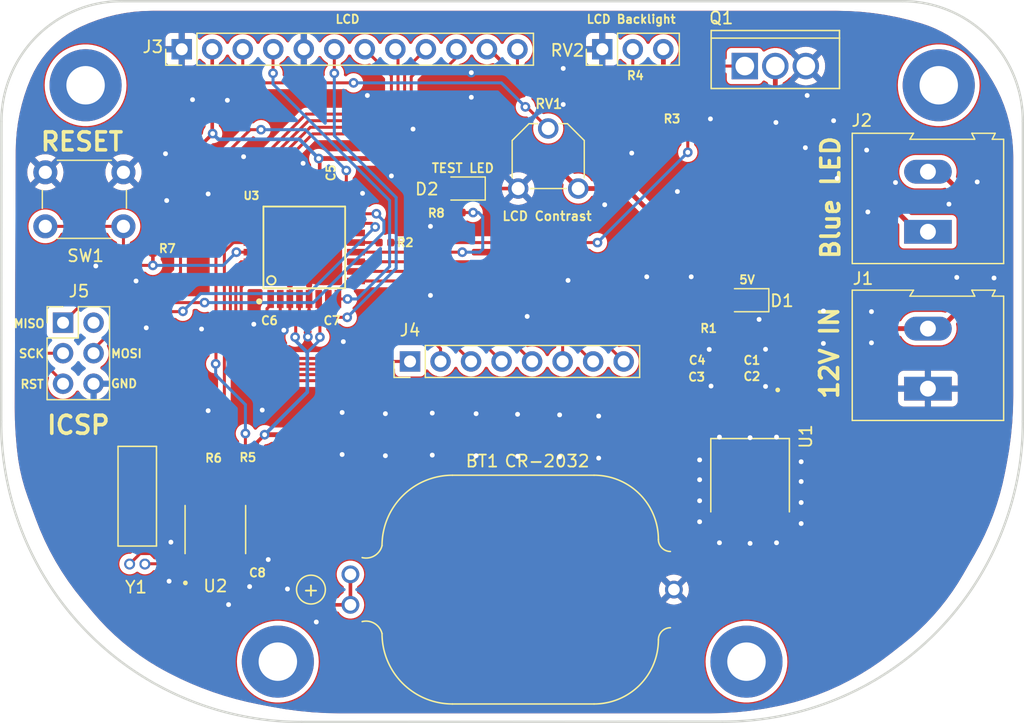
<source format=kicad_pcb>
(kicad_pcb (version 20211014) (generator pcbnew)
  (layers (0 "F.Cu" signal) (31 "B.Cu" signal) (34 "B.Paste" user) (35 "F.Paste" user) (36 "B.SilkS" user "B.Silkscreen") (37 "F.SilkS" user "F.Silkscreen") (38 "B.Mask" user) (39 "F.Mask" user) (44 "Edge.Cuts" user))
  (net 0 "")
  (net 1 "Net-(BT1-Pad+1)")
  (net 2 "GND")
  (net 3 "BLUE_LED_12V")
  (net 4 "VCC_5V")
  (net 5 "Net-(D1-Pad2)")
  (net 6 "Net-(J2-Pad1)")
  (net 7 "LCD_V0")
  (net 8 "LCD_RS")
  (net 9 "LCD_E")
  (net 10 "LCD_D4")
  (net 11 "LCD_D5")
  (net 12 "LCD_D6")
  (net 13 "LCD_D7")
  (net 14 "LCD_BCKLGHT")
  (net 15 "keyboard_1")
  (net 16 "keyboard_2")
  (net 17 "keyboard_3")
  (net 18 "keyboard_4")
  (net 19 "keyboard_5")
  (net 20 "keyboard_6")
  (net 21 "keyboard_7")
  (net 22 "keyboard_8")
  (net 23 "ICSP_MISO")
  (net 24 "ICSP_SCK")
  (net 25 "ICSP_RST")
  (net 26 "ICSP_MOSI")
  (net 28 "Net-(D2-Pad2)")
  (net 29 "LED_PWM")
  (net 30 "timer_SDA")
  (net 31 "timer_SCL")
  (net 32 "Net-(U2-Pad1)")
  (net 33 "Net-(U2-Pad2)")
  (net 35 "Net-(J3-Pad11)")
  (net 40 "Net-(Q1-Pad1)")
  (net 41 "TEST_LED")
  (footprint "" (layer "F.Cu") (at 125.4 114.9)
    (fp_text reference "")
    (fp_text value "")
  )
  (footprint "iridium-footprints:0402-res" (layer "F.Cu") (at 117.95 99.05 180)
    (fp_text reference "R6")
    (fp_text value "3k3" hide)
  )
  (footprint "" (layer "F.Cu") (at 107.6 64.7)
    (fp_text reference "")
    (fp_text value "")
  )
  (footprint "TerminalBlock:TerminalBlock_Altech_AK300-2_P5.00mm" (layer "F.Cu") (at 177.1 79.2 90)
    (fp_text reference "J2")
    (fp_text value "Screw_Terminal_01x02" hide)
  )
  (footprint "iridium-footprints:BAT_CR2032" (layer "F.Cu") (at 142.5 109)
    (fp_text reference "BT1")
    (fp_text value "CR-2032")
  )
  (footprint "iridium-footprints:0402-res" (layer "F.Cu") (at 137.85 77.6)
    (fp_text reference "R8")
    (fp_text value "220R" hide)
  )
  (footprint "iridium-footprints:0402-cap" (layer "F.Cu") (at 121.3 106 -90)
    (fp_text reference "C8")
    (fp_text value "100nF" hide)
  )
  (footprint "Connector_PinHeader_2.54mm:PinHeader_1x12_P2.54mm_Vertical" (layer "F.Cu") (at 115 64 90)
    (fp_text reference "J3")
    (fp_text value "Conn_01x12_Male" hide)
  )
  (footprint "iridium-footprints:0402-cap" (layer "F.Cu") (at 126 74.4 180)
    (fp_text reference "C5")
    (fp_text value "10nF" hide)
  )
  (footprint "Connector_PinHeader_2.54mm:PinHeader_1x08_P2.54mm_Vertical" (layer "F.Cu") (at 134 90 90)
    (fp_text reference "J4")
    (fp_text value "Conn_01x08_Male" hide)
  )
  (footprint "TerminalBlock:TerminalBlock_Altech_AK300-2_P5.00mm" (layer "F.Cu") (at 177.1 92.265 90)
    (fp_text reference "J1")
    (fp_text value "Screw_Terminal_01x02" hide)
  )
  (footprint "" (layer "F.Cu") (at 164.9 114.6)
    (fp_text reference "")
    (fp_text value "")
  )
  (footprint "iridium-footprints:0402-res" (layer "F.Cu") (at 112.6 80.5 -90)
    (fp_text reference "R7")
    (fp_text value "10k" hide)
  )
  (footprint "iridium-footprints:0402-cap" (layer "F.Cu") (at 164.1 91.25 180)
    (fp_text reference "C2")
    (fp_text value "100nF" hide)
  )
  (footprint "iridium-footprints:0402-res" (layer "F.Cu") (at 157.6 69.8)
    (fp_text reference "R3")
    (fp_text value "10k" hide)
  )
  (footprint "iridium-footprints:0402-res" (layer "F.Cu") (at 131.915 80.1 180)
    (fp_text reference "R2")
    (fp_text value "220R" hide)
  )
  (footprint "iridium-footprints:0402-res" (layer "F.Cu") (at 154.6 66.15)
    (fp_text reference "R4")
    (fp_text value "220R" hide)
  )
  (footprint "iridium-footprints:XTAL_AB38T-32.768KHZ" (layer "F.Cu") (at 111.3 106.8725 -90)
    (fp_text reference "Y1")
    (fp_text value "AB38T-32.768KHZ" hide)
  )
  (footprint "Button_Switch_THT:SW_PUSH_6mm_H5mm" (layer "F.Cu") (at 103.65 74.25)
    (fp_text reference "SW1")
    (fp_text value "SW_Push" hide)
  )
  (footprint "iridium-footprints:0402-cap" (layer "F.Cu") (at 126 86.6 180)
    (fp_text reference "C7")
    (fp_text value "10nF" hide)
  )
  (footprint "iridium-footprints:0402-cap" (layer "F.Cu") (at 124 86.6 180)
    (fp_text reference "C6")
    (fp_text value "10nF" hide)
  )
  (footprint "iridium-footprints:TrimmPotentiometer" (layer "F.Cu") (at 145.5 73.1 90)
    (fp_text reference "RV1")
    (fp_text value "10k" hide)
  )
  (footprint "iridium-footprints:TO-220" (layer "F.Cu") (at 164.4 65.4)
    (fp_text reference "Q1")
    (fp_text value "IRL3705N" hide)
  )
  (footprint "Connector_PinHeader_2.54mm:PinHeader_1x03_P2.54mm_Vertical" (layer "F.Cu") (at 150 64 90)
    (fp_text reference "RV2")
    (fp_text value "10k" hide)
  )
  (footprint "antmicro-footprints:mounting-hole-3.2mm" (layer "F.Cu") (at 177.3 64.6)
    (fp_text reference "REF**" hide)
    (fp_text value "M3.2")
  )
  (footprint "iridium-footprints:TO-252-DPAK" (layer "F.Cu") (at 162.3 98.48 -90)
    (fp_text reference "U1")
    (fp_text value "LM78M05CDTX/NOPB" hide)
  )
  (footprint "iridium-footprints:0402-res" (layer "F.Cu") (at 160.5 87.25 180)
    (fp_text reference "R1")
    (fp_text value "220R" hide)
  )
  (footprint "iridium-footprints:0402-cap" (layer "F.Cu") (at 159.55 89.85 180)
    (fp_text reference "C4")
    (fp_text value "10nF" hide)
  )
  (footprint "iridium-footprints:SOIC-8" (layer "F.Cu") (at 117.8 104 90)
    (fp_text reference "U2")
    (fp_text value "DS1307Z+T&R" hide)
  )
  (footprint "iridium-footprints:TQFP-32" (layer "F.Cu") (at 125.2 80.5 90)
    (fp_text reference "U3")
    (fp_text value "ATMEGA328P-AU" hide)
  )
  (footprint "Connector_PinHeader_2.54mm:PinHeader_2x03_P2.54mm_Vertical" (layer "F.Cu") (at 105.125 86.775)
    (fp_text reference "J5")
    (fp_text value "Conn_02x03_Counter_Clockwise" hide)
  )
  (footprint "iridium-footprints:0402-cap" (layer "F.Cu") (at 164.1 89.85 180)
    (fp_text reference "C1")
    (fp_text value "10nF" hide)
  )
  (footprint "iridium-footprints:0402-cap" (layer "F.Cu") (at 159.55 91.25 180)
    (fp_text reference "C3")
    (fp_text value "100nF" hide)
  )
  (footprint "iridium-footprints:0402-res" (layer "F.Cu") (at 120.8 99.1)
    (fp_text reference "R5")
    (fp_text value "3k3" hide)
  )
  (footprint "LED_SMD:LED_0805_2012Metric_Pad1.15x1.40mm_HandSolder" (layer "F.Cu") (at 138.4 75.6 180)
    (fp_text reference "D2")
    (fp_text value "LED" hide)
  )
  (footprint "LED_SMD:LED_0805_2012Metric_Pad1.15x1.40mm_HandSolder" (layer "F.Cu") (at 162 84.9 180)
    (fp_text reference "D1")
    (fp_text value "LED" hide)
  )
  (gr_line (start 175 60) (end 110 60) (layer "Edge.Cuts") (width 0.2))
  (gr_line (start 185 95) (end 185 70) (layer "Edge.Cuts") (width 0.2))
  (gr_arc (start 185 95) (mid 177.67767 112.67767) (end 160 120) (layer "Edge.Cuts") (width 0.2))
  (gr_arc (start 100 70) (mid 102.928932 62.928932) (end 110 60) (layer "Edge.Cuts") (width 0.2))
  (gr_line (start 99.97767 95.02233) (end 99.97767 95.02233) (layer "Edge.Cuts") (width 0.2))
  (gr_arc (start 175 60) (mid 182.071068 62.928932) (end 185 70) (layer "Edge.Cuts") (width 0.2))
  (gr_arc (start 124.97767 120.02233) (mid 107.3 112.7) (end 99.97767 95.02233) (layer "Edge.Cuts") (width 0.2))
  (gr_line (start 124.97767 120.02233) (end 160 120) (layer "Edge.Cuts") (width 0.2))
  (gr_line (start 99.97767 95.02233) (end 100 70) (layer "Edge.Cuts") (width 0.2))
  (gr_text "RESET" (at 106.7 71.7) (layer "F.SilkS") (effects (font (size 1.5 1.5) (thickness 0.3))))
  (gr_text "LCD Backlight" (at 152.4 61.5) (layer "F.SilkS") (effects (font (size 0.7 0.7))))
  (gr_text "12V IN" (at 168.9 89.3 90) (layer "F.SilkS") (effects (font (size 1.5 1.5) (thickness 0.3))))
  (gr_text "MOSI" (at 110.4 89.35) (layer "F.SilkS") (effects (font (size 0.7 0.7))))
  (gr_text "5V" (at 162.05 83.2) (layer "F.SilkS") (effects (font (size 0.7 0.7))))
  (gr_text "LCD Contrast" (at 145.4 77.9) (layer "F.SilkS") (effects (font (size 0.75 0.75))))
  (gr_text "SCK" (at 102.5 89.35) (layer "F.SilkS") (effects (font (size 0.7 0.7))))
  (gr_text "TEST LED" (at 138.4 73.9) (layer "F.SilkS") (effects (font (size 0.75 0.75))))
  (gr_text "RST" (at 102.55 91.9) (layer "F.SilkS") (effects (font (size 0.7 0.7))))
  (gr_text "MISO" (at 102.3 86.85) (layer "F.SilkS") (effects (font (size 0.7 0.7))))
  (gr_text "ICSP" (at 106.4 95.3) (layer "F.SilkS") (effects (font (size 1.5 1.5) (thickness 0.3))))
  (gr_text "LCD" (at 128.8 61.5) (layer "F.SilkS") (effects (font (size 0.7 0.7))))
  (gr_text "Blue LED" (at 169 76.35 90) (layer "F.SilkS") (effects (font (size 1.5 1.5) (thickness 0.3))))
  (gr_text "GND" (at 110.2 91.85) (layer "F.SilkS") (effects (font (size 0.7 0.7))))
  (segment (start 120.57 110.27) (end 118.435 108.135) (width 0.3) (layer "F.Cu") (net 1))
  (segment (start 129.04 107.73) (end 129.04 110.27) (width 0.3) (layer "F.Cu") (net 1))
  (segment (start 129.04 110.27) (end 120.57 110.27) (width 0.3) (layer "F.Cu") (net 1))
  (segment (start 118.435 108.135) (end 118.435 106.475) (width 0.3) (layer "F.Cu") (net 1))
  (segment (start 122.185 106.485) (end 122.2 106.5) (width 0.25) (layer "F.Cu") (net 2))
  (segment (start 162.3 100.8) (end 164.5 103) (width 0.4) (layer "F.Cu") (net 2))
  (segment (start 163.025 84.9) (end 163.025 86.475) (width 0.4) (layer "F.Cu") (net 2))
  (segment (start 125.500858 86.614142) (end 125.515 86.6) (width 0.3) (layer "F.Cu") (net 2))
  (segment (start 125.500858 87.948681) (end 125.500858 86.614142) (width 0.3) (layer "F.Cu") (net 2))
  (segment (start 125.515 86.6) (end 125.515 86.085) (width 0.25) (layer "F.Cu") (net 2))
  (segment (start 125.515 74.4) (end 125.5 74.4) (width 0.3) (layer "F.Cu") (net 2))
  (segment (start 159.065 89.85) (end 159.065 89.165) (width 0.4) (layer "F.Cu") (net 2))
  (segment (start 159.065 91.25) (end 159.065 92.035) (width 0.4) (layer "F.Cu") (net 2))
  (segment (start 123.515 87.385) (end 123.5 87.4) (width 0.25) (layer "F.Cu") (net 2))
  (segment (start 125.515 86.085) (end 125.6 86) (width 0.25) (layer "F.Cu") (net 2))
  (segment (start 163.615 89.75) (end 163.615 89.016663) (width 0.4) (layer "F.Cu") (net 2))
  (segment (start 121.29 106.475) (end 121.3 106.485) (width 0.25) (layer "F.Cu") (net 2))
  (segment (start 124.8 75.1) (end 124.8 76.2) (width 0.3) (layer "F.Cu") (net 2))
  (segment (start 163.025 86.475) (end 163.05 86.5) (width 0.4) (layer "F.Cu") (net 2))
  (segment (start 119.705 106.475) (end 121.29 106.475) (width 0.25) (layer "F.Cu") (net 2))
  (segment (start 124 85.8) (end 124 84.8) (width 0.25) (layer "F.Cu") (net 2))
  (segment (start 125.515 74.4) (end 125.515 73.915) (width 0.3) (layer "F.Cu") (net 2))
  (segment (start 159.065 92.035) (end 159.05 92.05) (width 0.4) (layer "F.Cu") (net 2))
  (segment (start 162.3 100.8) (end 159.75 103.35) (width 0.4) (layer "F.Cu") (net 2))
  (segment (start 164.5 103) (end 164.5 105.1) (width 0.4) (layer "F.Cu") (net 2))
  (segment (start 158.085 69.8) (end 159 69.8) (width 0.3) (layer "F.Cu") (net 2))
  (segment (start 139.425 75.6) (end 143 75.6) (width 0.3) (layer "F.Cu") (net 2))
  (segment (start 125.515 73.915) (end 125.1 73.5) (width 0.3) (layer "F.Cu") (net 2))
  (segment (start 162.3 100.8) (end 162.3 105.15) (width 0.4) (layer "F.Cu") (net 2))
  (segment (start 163.615 89.016663) (end 163.5855 88.987163) (width 0.4) (layer "F.Cu") (net 2))
  (segment (start 121.3 106.485) (end 122.185 106.485) (width 0.25) (layer "F.Cu") (net 2))
  (segment (start 163.615 92.052103) (end 163.5855 92.081603) (width 0.4) (layer "F.Cu") (net 2))
  (segment (start 163.615 91.3) (end 163.615 92.052103) (width 0.4) (layer "F.Cu") (net 2))
  (segment (start 159.065 89.165) (end 158.9 89) (width 0.4) (layer "F.Cu") (net 2))
  (segment (start 125.5 74.4) (end 124.8 75.1) (width 0.3) (layer "F.Cu") (net 2))
  (segment (start 123.515 86.285) (end 124 85.8) (width 0.25) (layer "F.Cu") (net 2))
  (segment (start 159.75 103.35) (end 159.75 105.1) (width 0.4) (layer "F.Cu") (net 2))
  (segment (start 123.515 86.6) (end 123.515 87.385) (width 0.25) (layer "F.Cu") (net 2))
  (segment (start 123.515 86.6) (end 123.515 86.285) (width 0.25) (layer "F.Cu") (net 2))
  (segment (start 125.6 86) (end 125.6 84.8) (width 0.25) (layer "F.Cu") (net 2))
  (via (at 164.5 105.1) (size 0.8) (drill 0.4) (layers "F.Cu" "B.Cu") (net 2))
  (via (at 116.65 87.3) (size 0.8) (drill 0.4) (layers "F.Cu" "B.Cu") (net 2))
  (via (at 125.1 73.5) (size 0.8) (drill 0.4) (layers "F.Cu" "B.Cu") (net 2))
  (via (at 139.5 94.35) (size 0.8) (drill 0.4) (layers "F.Cu" "B.Cu") (net 2))
  (via (at 159 69.8) (size 0.8) (drill 0.4) (layers "F.Cu" "B.Cu") (net 2))
  (via (at 162.3 96.35) (size 0.8) (drill 0.4) (layers "F.Cu" "B.Cu") (net 2))
  (via (at 159.05 92.05) (size 0.8) (drill 0.4) (layers "F.Cu" "B.Cu") (net 2))
  (via (at 123.5 87.4) (size 0.8) (drill 0.4) (layers "F.Cu" "B.Cu") (net 2))
  (via (at 111.2 83.3) (size 0.8) (drill 0.4) (layers "F.Cu" "B.Cu") (net 2))
  (via (at 169.55 74.75) (size 0.8) (drill 0.4) (layers "F.Cu" "B.Cu") (net 2))
  (via (at 153.7 82.95) (size 0.8) (drill 0.4) (layers "F.Cu" "B.Cu") (net 2))
  (via (at 157.4 82.95) (size 0.8) (drill 0.4) (layers "F.Cu" "B.Cu") (net 2))
  (via (at 159.75 96.3) (size 0.8) (drill 0.4) (layers "F.Cu" "B.Cu") (net 2))
  (via (at 139.1 68) (size 0.8) (drill 0.4) (layers "F.Cu" "B.Cu") (net 2))
  (via (at 118.9 110.25) (size 0.8) (drill 0.4) (layers "F.Cu" "B.Cu") (net 2))
  (via (at 168.4 85.8) (size 0.8) (drill 0.4) (layers "F.Cu" "B.Cu") (net 2))
  (via (at 117.2 76.05) (size 0.8) (drill 0.4) (layers "F.Cu" "B.Cu") (net 2))
  (via (at 118.8 68.25) (size 0.8) (drill 0.4) (layers "F.Cu" "B.Cu") (net 2))
  (via (at 164.5 96.3) (size 0.8) (drill 0.4) (layers "F.Cu" "B.Cu") (net 2))
  (via (at 117.2 94.1) (size 0.8) (drill 0.4) (layers "F.Cu" "B.Cu") (net 2))
  (via (at 128.45 88.35) (size 0.8) (drill 0.4) (layers "F.Cu" "B.Cu") (net 2))
  (via (at 166.55 101.75) (size 0.8) (drill 0.4) (layers "F.Cu" "B.Cu") (net 2))
  (via (at 113.75 76.6) (size 0.8) (drill 0.4) (layers "F.Cu" "B.Cu") (net 2))
  (via (at 166.9 72.2) (size 0.8) (drill 0.4) (layers "F.Cu" "B.Cu") (net 2))
  (via (at 139.1 65.95) (size 0.8) (drill 0.4) (layers "F.Cu" "B.Cu") (net 2))
  (via (at 120.65 108.75) (size 0.8) (drill 0.4) (layers "F.Cu" "B.Cu") (net 2))
  (via (at 149.7 98.05) (size 0.8) (drill 0.4) (layers "F.Cu" "B.Cu") (net 2))
  (via (at 142.95 94.4) (size 0.8) (drill 0.4) (layers "F.Cu" "B.Cu") (net 2))
  (via (at 113.65 72.7) (size 0.8) (drill 0.4) (layers "F.Cu" "B.Cu") (net 2))
  (via (at 131.95 97.85) (size 0.8) (drill 0.4) (layers "F.Cu" "B.Cu") (net 2))
  (via (at 164.45 70.1) (size 0.8) (drill 0.4) (layers "F.Cu" "B.Cu") (net 2))
  (via (at 158.1 103.35) (size 0.8) (drill 0.4) (layers "F.Cu" "B.Cu") (net 2))
  (via (at 158.9 89) (size 0.8) (drill 0.4) (layers "F.Cu" "B.Cu") (net 2))
  (via (at 172.1 77.55) (size 0.8) (drill 0.4) (layers "F.Cu" "B.Cu") (net 2))
  (via (at 174.4 75.1) (size 0.8) (drill 0.4) (layers "F.Cu" "B.Cu") (net 2))
  (via (at 149.7 94.55) (size 0.8) (drill 0.4) (layers "F.Cu" "B.Cu") (net 2))
  (via (at 139.5 97.85) (size 0.8) (drill 0.4) (layers "F.Cu" "B.Cu") (net 2))
  (via (at 159.75 105.1) (size 0.8) (drill 0.4) (layers "F.Cu" "B.Cu") (net 2))
  (via (at 162.3 105.15) (size 0.8) (drill 0.4) (layers "F.Cu" "B.Cu") (net 2))
  (via (at 172.4 88.45) (size 0.8) (drill 0.4) (layers "F.Cu" "B.Cu") (net 2))
  (via (at 114.1 105.05) (size 0.8) (drill 0.4) (layers "F.Cu" "B.Cu") (net 2))
  (via (at 115.9 68.2) (size 0.8) (drill 0.4) (layers "F.Cu" "B.Cu") (net 2))
  (via (at 130.05 76) (size 0.8) (drill 0.4) (layers "F.Cu" "B.Cu") (net 2))
  (via (at 135.85 94.3) (size 0.8) (drill 0.4) (layers "F.Cu" "B.Cu") (net 2))
  (via (at 146.75 65.6) (size 0.8) (drill 0.4) (layers "F.Cu" "B.Cu") (net 2))
  (via (at 125.500858 87.948681) (size 0.8) (drill 0.4) (layers "F.Cu" "B.Cu") (net 2))
  (via (at 158.1 99.85) (size 0.8) (drill 0.4) (layers "F.Cu" "B.Cu") (net 2))
  (via (at 166.55 100) (size 0.8) (drill 0.4) (layers "F.Cu" "B.Cu") (net 2))
  (via (at 182.6 83.05) (size 0.8) (drill 0.4) (layers "F.Cu" "B.Cu") (net 2))
  (via (at 135.7 78.75) (size 0.8) (drill 0.4) (layers "F.Cu" "B.Cu") (net 2))
  (via (at 172 72.4) (size 0.8) (drill 0.4) (layers "F.Cu" "B.Cu") (net 2))
  (via (at 134.25 70.65) (size 0.8) (drill 0.4) (layers "F.Cu" "B.Cu") (net 2))
  (via (at 181.2 75.05) (size 0.8) (drill 0.4) (layers "F.Cu" "B.Cu") (net 2))
  (via (at 163.5855 88.987163) (size 0.8) (drill 0.4) (layers "F.Cu" "B.Cu") (net 2))
  (via (at 150.2 76.95) (size 0.8) (drill 0.4) (layers "F.Cu" "B.Cu") (net 2))
  (via (at 142.95 97.9) (size 0.8) (drill 0.4) (layers "F.Cu" "B.Cu") (net 2))
  (via (at 143.75 86.25) (size 0.8) (drill 0.4) (layers "F.Cu" "B.Cu") (net 2))
  (via (at 147.15 83.25) (size 0.8) (drill 0.4) (layers "F.Cu" "B.Cu") (net 2))
  (via (at 123.8 108.95) (size 0.8) (drill 0.4) (layers "F.Cu" "B.Cu") (net 2))
  (via (at 130.45 67.85) (size 0.8) (drill 0.4) (layers "F.Cu" "B.Cu") (net 2))
  (via (at 168.4 88.5) (size 0.8) (drill 0.4) (layers "F.Cu" "B.Cu") (net 2))
  (via (at 135.7 84.5) (size 0.8) (drill 0.4) (layers "F.Cu" "B.Cu") (net 2))
  (via (at 128.35 97.75) (size 0.8) (drill 0.4) (layers "F.Cu" "B.Cu") (net 2))
  (via (at 121.7 94.05) (size 0.8) (drill 0.4) (layers "F.Cu" "B.Cu") (net 2))
  (via (at 128.35 94.25) (size 0.8) (drill 0.4) (layers "F.Cu" "B.Cu") (net 2))
  (via (at 172.4 85.85) (size 0.8) (drill 0.4) (layers "F.Cu" "B.Cu") (net 2))
  (via (at 166.55 98.35) (size 0.8) (drill 0.4) (layers "F.Cu" "B.Cu") (net 2))
  (via (at 120.15 72.95) (size 0.8) (drill 0.4) (layers "F.Cu" "B.Cu") (net 2))
  (via (at 146.75 68.6) (size 0.8) (drill 0.4) (layers "F.Cu" "B.Cu") (net 2))
  (via (at 112.05 87.2) (size 0.8) (drill 0.4) (layers "F.Cu" "B.Cu") (net 2))
  (via (at 158.1 98.2) (size 0.8) (drill 0.4) (layers "F.Cu" "B.Cu") (net 2))
  (via (at 163.5855 92.081603) (size 0.8) (drill 0.4) (layers "F.Cu" "B.Cu") (net 2))
  (via (at 132.45 74.55) (size 0.8) (drill 0.4) (layers "F.Cu" "B.Cu") (net 2))
  (via (at 122.2 106.5) (size 0.8) (drill 0.4) (layers "F.Cu" "B.Cu") (net 2))
  (via (at 169.25 69.95) (size 0.8) (drill 0.4) (layers "F.Cu" "B.Cu") (net 2))
  (via (at 107.85 82.05) (size 0.8) (drill 0.4) (layers "F.Cu" "B.Cu") (net 2))
  (via (at 163.05 86.5) (size 0.8) (drill 0.4) (layers "F.Cu" "B.Cu") (net 2))
  (via (at 135.85 97.8) (size 0.8) (drill 0.4) (layers "F.Cu" "B.Cu") (net 2))
  (via (at 113.95 108.3) (size 0.8) (drill 0.4) (layers "F.Cu" "B.Cu") (net 2))
  (via (at 179.5 83) (size 0.8) (drill 0.4) (layers "F.Cu" "B.Cu") (net 2))
  (via (at 146.45 94.45) (size 0.8) (drill 0.4) (layers "F.Cu" "B.Cu") (net 2))
  (via (at 178.85 76.9) (size 0.8) (drill 0.4) (layers "F.Cu" "B.Cu") (net 2))
  (via (at 126.2 111.7) (size 0.8) (drill 0.4) (layers "F.Cu" "B.Cu") (net 2))
  (via (at 131.95 94.35) (size 0.8) (drill 0.4) (layers "F.Cu" "B.Cu") (net 2))
  (via (at 121 86.9) (size 0.8) (drill 0.4) (layers "F.Cu" "B.Cu") (net 2))
  (via (at 167.05 67.85) (size 0.8) (drill 0.4) (layers "F.Cu" "B.Cu") (net 2))
  (via (at 166.55 103.5) (size 0.8) (drill 0.4) (layers "F.Cu" "B.Cu") (net 2))
  (via (at 152.45 72.65) (size 0.8) (drill 0.4) (layers "F.Cu" "B.Cu") (net 2))
  (via (at 158.1 101.6) (size 0.8) (drill 0.4) (layers "F.Cu" "B.Cu") (net 2))
  (via (at 146.45 97.95) (size 0.8) (drill 0.4) (layers "F.Cu" "B.Cu") (net 2))
  (via (at 156.25 75.85) (size 0.8) (drill 0.4) (layers "F.Cu" "B.Cu") (net 2))
  (segment (start 165.935 87.265) (end 164.585 88.615) (width 0.4) (layer "F.Cu") (net 3))
  (segment (start 164.585 91.3) (end 164.585 93.78) (width 0.4) (layer "F.Cu") (net 3))
  (segment (start 177.1 74.2) (end 178.1 74.2) (width 0.4) (layer "F.Cu") (net 3))
  (segment (start 178.135 87.265) (end 177.1 87.265) (width 0.4) (layer "F.Cu") (net 3))
  (segment (start 164.585 88.615) (end 164.585 89.75) (width 0.4) (layer "F.Cu") (net 3))
  (segment (start 178.1 74.2) (end 181 77.1) (width 0.4) (layer "F.Cu") (net 3))
  (segment (start 177.1 87.265) (end 165.935 87.265) (width 0.4) (layer "F.Cu") (net 3))
  (segment (start 181 77.1) (end 181 84.4) (width 0.4) (layer "F.Cu") (net 3))
  (segment (start 181 84.4) (end 178.135 87.265) (width 0.4) (layer "F.Cu") (net 3))
  (segment (start 164.585 89.75) (end 164.585 91.3) (width 0.4) (layer "F.Cu") (net 3))
  (segment (start 152.25 96.1) (end 121.9 96.1) (width 0.4) (layer "F.Cu") (net 4))
  (segment (start 121.25 102.95) (end 121.3 103) (width 0.3) (layer "F.Cu") (net 4))
  (segment (start 160.035 89.85) (end 160.035 87.27) (width 0.4) (layer "F.Cu") (net 4))
  (segment (start 124.485 87.927358) (end 124.436858 87.9755) (width 0.25) (layer "F.Cu") (net 4))
  (segment (start 155.75 87.2) (end 155.75 92.6) (width 0.4) (layer "F.Cu") (net 4))
  (segment (start 117.575 71.025) (end 117.54 70.99) (width 0.3) (layer "F.Cu") (net 4))
  (segment (start 121.3 105.515) (end 121.3 103.6) (width 0.3) (layer "F.Cu") (net 4))
  (segment (start 117.54 70.99) (end 117.54 64) (width 0.3) (layer "F.Cu") (net 4))
  (segment (start 160.035 93.76) (end 160.015 93.78) (width 0.4) (layer "F.Cu") (net 4))
  (segment (start 126.485 86.085) (end 126.4 86) (width 0.25) (layer "F.Cu") (net 4))
  (segment (start 151.9 75.6) (end 148 75.6) (width 0.4) (layer "F.Cu") (net 4))
  (segment (start 160.035 91.25) (end 160.035 89.85) (width 0.4) (layer "F.Cu") (net 4))
  (segment (start 160.015 87.25) (end 155.8 87.25) (width 0.4) (layer "F.Cu") (net 4))
  (segment (start 117.465 99.05) (end 117.465 99.185) (width 0.3) (layer "F.Cu") (net 4))
  (segment (start 126.4 86) (end 126.4 84.8) (width 0.25) (layer "F.Cu") (net 4))
  (segment (start 126.485 73.185) (end 126.4 73.1) (width 0.3) (layer "F.Cu") (net 4))
  (segment (start 117.465 99.185) (end 115.895 100.755) (width 0.3) (layer "F.Cu") (net 4))
  (segment (start 124.485 86.215) (end 124.8 85.9) (width 0.25) (layer "F.Cu") (net 4))
  (segment (start 112.6 76) (end 112.6 80.015) (width 0.3) (layer "F.Cu") (net 4))
  (segment (start 126.5 86.615) (end 126.485 86.6) (width 0.25) (layer "F.Cu") (net 4))
  (segment (start 126.485 74.4) (end 126.485 73.185) (width 0.3) (layer "F.Cu") (net 4))
  (segment (start 160.035 91.25) (end 160.035 93.76) (width 0.4) (layer "F.Cu") (net 4))
  (segment (start 116.55 102.95) (end 121.25 102.95) (width 0.3) (layer "F.Cu") (net 4))
  (segment (start 115.895 101.525) (end 115.895 102.295) (width 0.3) (layer "F.Cu") (net 4))
  (segment (start 126.4 73.1) (end 145.5 73.1) (width 0.4) (layer "F.Cu") (net 4))
  (segment (start 160.035 87.27) (end 160.015 87.25) (width 0.4) (layer "F.Cu") (net 4))
  (segment (start 155.75 92.6) (end 152.25 96.1) (width 0.4) (layer "F.Cu") (net 4))
  (segment (start 124.8 85.9) (end 124.8 84.8) (width 0.25) (layer "F.Cu") (net 4))
  (segment (start 117.575 71.025) (end 112.6 76) (width 0.3) (layer "F.Cu") (net 4))
  (segment (start 155.085 64.005) (end 155.08 64) (width 0.4) (layer "F.Cu") (net 4))
  (segment (start 155.75 87.2) (end 155.75 79.35) (width 0.4) (layer "F.Cu") (net 4))
  (segment (start 121.3 103.6) (end 121.3 99.115) (width 0.3) (layer "F.Cu") (net 4))
  (segment (start 121.285 96.715) (end 121.9 96.1) (width 0.3) (layer "F.Cu") (net 4))
  (segment (start 155.085 66.15) (end 155.085 64.005) (width 0.4) (layer "F.Cu") (net 4))
  (segment (start 127.2 75.1) (end 127.2 76.2) (width 0.3) (layer "F.Cu") (net 4))
  (segment (start 155.8 87.25) (end 155.75 87.2) (width 0.4) (layer "F.Cu") (net 4))
  (segment (start 124.485 86.6) (end 124.485 86.215) (width 0.25) (layer "F.Cu") (net 4))
  (segment (start 145.5 73.1) (end 148 75.6) (width 0.4) (layer "F.Cu") (net 4))
  (segment (start 126.485 86.6) (end 126.485 86.085) (width 0.25) (layer "F.Cu") (net 4))
  (segment (start 115.895 100.755) (end 115.895 101.525) (width 0.3) (layer "F.Cu") (net 4))
  (segment (start 152 75.6) (end 151.9 75.6) (width 0.4) (layer "F.Cu") (net 4))
  (segment (start 121.285 99.1) (end 121.285 96.715) (width 0.3) (layer "F.Cu") (net 4))
  (segment (start 151.9 75.6) (end 155.085 72.415) (width 0.4) (layer "F.Cu") (net 4))
  (segment (start 115.895 102.295) (end 116.55 102.95) (width 0.3) (layer "F.Cu") (net 4))
  (segment (start 155.085 72.415) (end 155.085 66.15) (width 0.4) (layer "F.Cu") (net 4))
  (segment (start 126.485 74.4) (end 126.5 74.4) (width 0.3) (layer "F.Cu") (net 4))
  (segment (start 124.485 86.6) (end 124.485 87.927358) (width 0.25) (layer "F.Cu") (net 4))
  (segment (start 121.3 99.115) (end 121.285 99.1) (width 0.3) (layer "F.Cu") (net 4))
  (segment (start 126.5 87.9755) (end 126.5 86.615) (width 0.25) (layer "F.Cu") (net 4))
  (segment (start 155.75 79.35) (end 152 75.6) (width 0.4) (layer "F.Cu") (net 4))
  (segment (start 126.5 74.4) (end 127.2 75.1) (width 0.3) (layer "F.Cu") (net 4))
  (via (at 121.9 96.1) (size 0.8) (drill 0.4) (layers "F.Cu" "B.Cu") (net 4))
  (via (at 126.5 87.9755) (size 0.8) (drill 0.4) (layers "F.Cu" "B.Cu") (net 4))
  (via (at 126.4 73.1) (size 0.8) (drill 0.4) (layers "F.Cu" "B.Cu") (net 4))
  (via (at 117.575 71.025) (size 0.8) (drill 0.4) (layers "F.Cu" "B.Cu") (net 4))
  (via (at 124.436858 87.9755) (size 0.8) (drill 0.4) (layers "F.Cu" "B.Cu") (net 4))
  (segment (start 124.436858 88.236858) (end 124.436858 87.9755) (width 0.3) (layer "B.Cu") (net 4))
  (segment (start 125.45 89.25) (end 124.436858 88.236858) (width 0.3) (layer "B.Cu") (net 4))
  (segment (start 126.5 87.9755) (end 126.5 88.2) (width 0.25) (layer "B.Cu") (net 4))
  (segment (start 117.575 71.025) (end 118.05 71.5) (width 0.3) (layer "B.Cu") (net 4))
  (segment (start 126.5 88.2) (end 125.45 89.25) (width 0.25) (layer "B.Cu") (net 4))
  (segment (start 125.45 92.55) (end 125.45 89.25) (width 0.3) (layer "B.Cu") (net 4))
  (segment (start 124.8 71.5) (end 126.4 73.1) (width 0.3) (layer "B.Cu") (net 4))
  (segment (start 121.9 96.1) (end 125.45 92.55) (width 0.3) (layer "B.Cu") (net 4))
  (segment (start 118.05 71.5) (end 124.8 71.5) (width 0.3) (layer "B.Cu") (net 4))
  (segment (start 160.985 87.25) (end 160.985 84.91) (width 0.4) (layer "F.Cu") (net 5))
  (segment (start 160.985 84.91) (end 160.975 84.9) (width 0.4) (layer "F.Cu") (net 5))
  (segment (start 176.2 79.2) (end 164.4 67.4) (width 0.4) (layer "F.Cu") (net 6))
  (segment (start 164.4 67.4) (end 164.4 65.4) (width 0.4) (layer "F.Cu") (net 6))
  (segment (start 177.1 79.2) (end 176.2 79.2) (width 0.4) (layer "F.Cu") (net 6))
  (segment (start 129.3 66.8) (end 121.3 66.8) (width 0.25) (layer "F.Cu") (net 7))
  (segment (start 143.7 68.8) (end 143.6 68.8) (width 0.25) (layer "F.Cu") (net 7))
  (segment (start 120.08 65.58) (end 120.08 64) (width 0.25) (layer "F.Cu") (net 7))
  (segment (start 145.5 70.6) (end 143.7 68.8) (width 0.25) (layer "F.Cu") (net 7))
  (segment (start 121.3 66.8) (end 120.08 65.58) (width 0.25) (layer "F.Cu") (net 7))
  (via (at 129.3 66.8) (size 0.8) (drill 0.4) (layers "F.Cu" "B.Cu") (net 7))
  (via (at 143.6 68.8) (size 0.8) (drill 0.4) (layers "F.Cu" "B.Cu") (net 7))
  (segment (start 143.6 68.8) (end 141.6 66.8) (width 0.25) (layer "B.Cu") (net 7))
  (segment (start 141.6 66.8) (end 130.3 66.8) (width 0.25) (layer "B.Cu") (net 7))
  (segment (start 130.3 66.8) (end 129.3 66.8) (width 0.25) (layer "B.Cu") (net 7))
  (segment (start 128 84.8) (end 128.8 84.8) (width 0.25) (layer "F.Cu") (net 8))
  (segment (start 122.6 64.02) (end 122.62 64) (width 0.25) (layer "F.Cu") (net 8))
  (segment (start 122.6 66) (end 122.6 64.02) (width 0.25) (layer "F.Cu") (net 8))
  (via (at 128.8 84.8) (size 0.8) (drill 0.4) (layers "F.Cu" "B.Cu") (net 8))
  (via (at 122.6 66) (size 0.8) (drill 0.4) (layers "F.Cu" "B.Cu") (net 8))
  (segment (start 122.6 66.9) (end 132.3 76.6) (width 0.25) (layer "B.Cu") (net 8))
  (segment (start 122.6 66) (end 122.6 66.9) (width 0.25) (layer "B.Cu") (net 8))
  (segment (start 129.6 84.8) (end 128.8 84.8) (width 0.25) (layer "B.Cu") (net 8))
  (segment (start 132.3 76.6) (end 132.3 82.1) (width 0.25) (layer "B.Cu") (net 8))
  (segment (start 132.3 82.1) (end 129.6 84.8) (width 0.25) (layer "B.Cu") (net 8))
  (segment (start 128.775 86.325) (end 127.625 86.325) (width 0.25) (layer "F.Cu") (net 9))
  (segment (start 127.7 66) (end 127.7 64) (width 0.25) (layer "F.Cu") (net 9))
  (segment (start 127.2 85.9) (end 127.2 84.8) (width 0.25) (layer "F.Cu") (net 9))
  (segment (start 127.625 86.325) (end 127.2 85.9) (width 0.25) (layer "F.Cu") (net 9))
  (via (at 127.7 66) (size 0.8) (drill 0.4) (layers "F.Cu" "B.Cu") (net 9))
  (via (at 128.775 86.325) (size 0.8) (drill 0.4) (layers "F.Cu" "B.Cu") (net 9))
  (segment (start 128.775 86.325) (end 132.85 82.25) (width 0.25) (layer "B.Cu") (net 9))
  (segment (start 127.7 71.2) (end 127.7 66) (width 0.25) (layer "B.Cu") (net 9))
  (segment (start 132.85 76.35) (end 127.7 71.2) (width 0.25) (layer "B.Cu") (net 9))
  (segment (start 132.85 82.25) (end 132.85 76.35) (width 0.25) (layer "B.Cu") (net 9))
  (segment (start 130.8 69.4) (end 132.45 67.75) (width 0.25) (layer "F.Cu") (net 10))
  (segment (start 119.9 78.5) (end 119.5 78.1) (width 0.25) (layer "F.Cu") (net 10))
  (segment (start 120.9 78.5) (end 119.9 78.5) (width 0.25) (layer "F.Cu") (net 10))
  (segment (start 125.35 69.4) (end 130.8 69.4) (width 0.25) (layer "F.Cu") (net 10))
  (segment (start 132.45 67.75) (end 132.45 66.21) (width 0.25) (layer "F.Cu") (net 10))
  (segment (start 119.5 78.1) (end 119.5 75.25) (width 0.25) (layer "F.Cu") (net 10))
  (segment (start 119.5 75.25) (end 125.35 69.4) (width 0.25) (layer "F.Cu") (net 10))
  (segment (start 132.45 66.21) (end 130.24 64) (width 0.25) (layer "F.Cu") (net 10))
  (segment (start 120.9 77.7) (end 120.35 77.7) (width 0.25) (layer "F.Cu") (net 11))
  (segment (start 120 77.35) (end 120 75.5) (width 0.25) (layer "F.Cu") (net 11))
  (segment (start 133 67.95) (end 133 64.22) (width 0.25) (layer "F.Cu") (net 11))
  (segment (start 133 64.22) (end 132.78 64) (width 0.25) (layer "F.Cu") (net 11))
  (segment (start 120 75.5) (end 125.55 69.95) (width 0.25) (layer "F.Cu") (net 11))
  (segment (start 131 69.95) (end 133 67.95) (width 0.25) (layer "F.Cu") (net 11))
  (segment (start 125.55 69.95) (end 131 69.95) (width 0.25) (layer "F.Cu") (net 11))
  (segment (start 120.35 77.7) (end 120 77.35) (width 0.25) (layer "F.Cu") (net 11))
  (segment (start 125.7 70.5) (end 131.25 70.5) (width 0.25) (layer "F.Cu") (net 12))
  (segment (start 133.55 68.2) (end 133.55 65.77) (width 0.25) (layer "F.Cu") (net 12))
  (segment (start 133.55 65.77) (end 135.32 64) (width 0.25) (layer "F.Cu") (net 12))
  (segment (start 122.4 73.8) (end 125.7 70.5) (width 0.25) (layer "F.Cu") (net 12))
  (segment (start 131.25 70.5) (end 133.55 68.2) (width 0.25) (layer "F.Cu") (net 12))
  (segment (start 122.4 76.2) (end 122.4 73.8) (width 0.25) (layer "F.Cu") (net 12))
  (segment (start 137.86 64.69) (end 137.86 64) (width 0.25) (layer "F.Cu") (net 13))
  (segment (start 137.55 64) (end 137.86 64) (width 0.25) (layer "F.Cu") (net 13))
  (segment (start 134.1 68.45) (end 134.1 66.3) (width 0.25) (layer "F.Cu") (net 13))
  (segment (start 123.2 76.2) (end 123.2 73.75) (width 0.25) (layer "F.Cu") (net 13))
  (segment (start 137.1 65.45) (end 137.86 64.69) (width 0.25) (layer "F.Cu") (net 13))
  (segment (start 134.95 65.45) (end 137.1 65.45) (width 0.25) (layer "F.Cu") (net 13))
  (segment (start 123.2 73.75) (end 125.9 71.05) (width 0.25) (layer "F.Cu") (net 13))
  (segment (start 125.9 71.05) (end 131.5 71.05) (width 0.25) (layer "F.Cu") (net 13))
  (segment (start 134.1 66.3) (end 134.95 65.45) (width 0.25) (layer "F.Cu") (net 13))
  (segment (start 131.5 71.05) (end 134.1 68.45) (width 0.25) (layer "F.Cu") (net 13))
  (segment (start 152.54 65.76) (end 151.5 66.8) (width 0.25) (layer "F.Cu") (net 14))
  (segment (start 142.94 65.39) (end 142.94 64) (width 0.25) (layer "F.Cu") (net 14))
  (segment (start 144.35 66.8) (end 142.94 65.39) (width 0.25) (layer "F.Cu") (net 14))
  (segment (start 152.54 64) (end 152.54 65.76) (width 0.25) (layer "F.Cu") (net 14))
  (segment (start 151.5 66.8) (end 144.35 66.8) (width 0.25) (layer "F.Cu") (net 14))
  (segment (start 119.95 81.7) (end 119.05 82.6) (width 0.25) (layer "F.Cu") (net 15))
  (segment (start 119.05 89.55) (end 121.1 91.6) (width 0.25) (layer "F.Cu") (net 15))
  (segment (start 120.9 81.7) (end 119.95 81.7) (width 0.25) (layer "F.Cu") (net 15))
  (segment (start 121.1 91.6) (end 130.25 91.6) (width 0.25) (layer "F.Cu") (net 15))
  (segment (start 131.85 90) (end 134 90) (width 0.25) (layer "F.Cu") (net 15))
  (segment (start 130.25 91.6) (end 131.85 90) (width 0.25) (layer "F.Cu") (net 15))
  (segment (start 119.05 82.6) (end 119.05 89.55) (width 0.25) (layer "F.Cu") (net 15))
  (segment (start 120.9 82.5) (end 120 82.5) (width 0.25) (layer "F.Cu") (net 16))
  (segment (start 132.6 88.5) (end 136.1 88.5) (width 0.25) (layer "F.Cu") (net 16))
  (segment (start 119.5 89.3) (end 121.3 91.1) (width 0.25) (layer "F.Cu") (net 16))
  (segment (start 130 91.1) (end 132.6 88.5) (width 0.25) (layer "F.Cu") (net 16))
  (segment (start 121.3 91.1) (end 130 91.1) (width 0.25) (layer "F.Cu") (net 16))
  (segment (start 120 82.5) (end 119.5 83) (width 0.25) (layer "F.Cu") (net 16))
  (segment (start 119.5 83) (end 119.5 89.3) (width 0.25) (layer "F.Cu") (net 16))
  (segment (start 136.54 88.94) (end 136.54 90) (width 0.25) (layer "F.Cu") (net 16))
  (segment (start 136.1 88.5) (end 136.54 88.94) (width 0.25) (layer "F.Cu") (net 16))
  (segment (start 119.95 89) (end 119.95 83.8) (width 0.25) (layer "F.Cu") (net 17))
  (segment (start 139.08 90) (end 137.13 88.05) (width 0.25) (layer "F.Cu") (net 17))
  (segment (start 121.6 90.65) (end 119.95 89) (width 0.25) (layer "F.Cu") (net 17))
  (segment (start 120.45 83.3) (end 120.9 83.3) (width 0.25) (layer "F.Cu") (net 17))
  (segment (start 129.8 90.65) (end 121.6 90.65) (width 0.25) (layer "F.Cu") (net 17))
  (segment (start 132.4 88.05) (end 129.8 90.65) (width 0.25) (layer "F.Cu") (net 17))
  (segment (start 119.95 83.8) (end 120.45 83.3) (width 0.25) (layer "F.Cu") (net 17))
  (segment (start 137.13 88.05) (end 132.4 88.05) (width 0.25) (layer "F.Cu") (net 17))
  (segment (start 122.1 88.65) (end 123.65 90.2) (width 0.25) (layer "F.Cu") (net 18))
  (segment (start 132.15 87.6) (end 137.5 87.6) (width 0.25) (layer "F.Cu") (net 18))
  (segment (start 138.5 88.6) (end 140.22 88.6) (width 0.25) (layer "F.Cu") (net 18))
  (segment (start 122.4 84.8) (end 122.4 85.3) (width 0.25) (layer "F.Cu") (net 18))
  (segment (start 137.5 87.6) (end 138.5 88.6) (width 0.25) (layer "F.Cu") (net 18))
  (segment (start 123.65 90.2) (end 129.55 90.2) (width 0.25) (layer "F.Cu") (net 18))
  (segment (start 122.1 85.6) (end 122.1 88.65) (width 0.25) (layer "F.Cu") (net 18))
  (segment (start 129.55 90.2) (end 132.15 87.6) (width 0.25) (layer "F.Cu") (net 18))
  (segment (start 140.22 88.6) (end 141.62 90) (width 0.25) (layer "F.Cu") (net 18))
  (segment (start 122.4 85.3) (end 122.1 85.6) (width 0.25) (layer "F.Cu") (net 18))
  (segment (start 122.6 88.4) (end 123.95 89.75) (width 0.25) (layer "F.Cu") (net 19))
  (segment (start 142.21 88.05) (end 144.16 90) (width 0.25) (layer "F.Cu") (net 19))
  (segment (start 123.2 84.8) (end 123.2 85.8) (width 0.25) (layer "F.Cu") (net 19))
  (segment (start 138.8 88.05) (end 142.21 88.05) (width 0.25) (layer "F.Cu") (net 19))
  (segment (start 122.6 86.4) (end 122.6 88.4) (width 0.25) (layer "F.Cu") (net 19))
  (segment (start 129.35 89.75) (end 132 87.1) (width 0.25) (layer "F.Cu") (net 19))
  (segment (start 137.85 87.1) (end 138.8 88.05) (width 0.25) (layer "F.Cu") (net 19))
  (segment (start 123.95 89.75) (end 129.35 89.75) (width 0.25) (layer "F.Cu") (net 19))
  (segment (start 132 87.1) (end 137.85 87.1) (width 0.25) (layer "F.Cu") (net 19))
  (segment (start 123.2 85.8) (end 122.6 86.4) (width 0.25) (layer "F.Cu") (net 19))
  (segment (start 129.5 83.3) (end 143.05 83.3) (width 0.25) (layer "F.Cu") (net 20))
  (segment (start 146.7 86.95) (end 146.7 90) (width 0.25) (layer "F.Cu") (net 20))
  (segment (start 143.05 83.3) (end 146.7 86.95) (width 0.25) (layer "F.Cu") (net 20))
  (segment (start 147.25 86.6) (end 147.25 88.1) (width 0.25) (layer "F.Cu") (net 21))
  (segment (start 143.15 82.5) (end 147.25 86.6) (width 0.25) (layer "F.Cu") (net 21))
  (segment (start 129.5 82.5) (end 143.15 82.5) (width 0.25) (layer "F.Cu") (net 21))
  (segment (start 147.25 88.1) (end 149.15 90) (width 0.25) (layer "F.Cu") (net 21))
  (segment (start 149.15 90) (end 149.24 90) (width 0.25) (layer "F.Cu") (net 21))
  (segment (start 143.3 81.7) (end 147.8 86.2) (width 0.25) (layer "F.Cu") (net 22))
  (segment (start 150.38 88.6) (end 151.78 90) (width 0.25) (layer "F.Cu") (net 22))
  (segment (start 151.6 90) (end 151.78 90) (width 0.25) (layer "F.Cu") (net 22))
  (segment (start 129.5 81.7) (end 143.3 81.7) (width 0.25) (layer "F.Cu") (net 22))
  (segment (start 148.75 88.6) (end 150.38 88.6) (width 0.25) (layer "F.Cu") (net 22))
  (segment (start 147.8 86.2) (end 147.8 87.65) (width 0.25) (layer "F.Cu") (net 22))
  (segment (start 147.8 87.65) (end 148.75 88.6) (width 0.25) (layer "F.Cu") (net 22))
  (segment (start 116.9 85.1) (end 106.8 85.1) (width 0.25) (layer "F.Cu") (net 23))
  (segment (start 106.8 85.1) (end 105.125 86.775) (width 0.25) (layer "F.Cu") (net 23))
  (segment (start 131.2 77.7) (end 129.5 77.7) (width 0.25) (layer "F.Cu") (net 23))
  (via (at 131.2 77.7) (size 0.8) (drill 0.4) (layers "F.Cu" "B.Cu") (net 23))
  (via (at 116.9 85.1) (size 0.8) (drill 0.4) (layers "F.Cu" "B.Cu") (net 23))
  (segment (start 116.9 85.1) (end 125.95 85.1) (width 0.25) (layer "B.Cu") (net 23))
  (segment (start 125.95 85.1) (end 131.825 79.225) (width 0.25) (layer "B.Cu") (net 23))
  (segment (start 131.825 79.225) (end 131.825 78.325) (width 0.25) (layer "B.Cu") (net 23))
  (segment (start 131.825 78.325) (end 131.2 77.7) (width 0.25) (layer "B.Cu") (net 23))
  (segment (start 112.85 84.65) (end 104.1 84.65) (width 0.25) (layer "F.Cu") (net 24))
  (segment (start 121.6 70.7) (end 120.7 70.7) (width 0.25) (layer "F.Cu") (net 24))
  (segment (start 103.4 85.35) (end 103.4 89) (width 0.25) (layer "F.Cu") (net 24))
  (segment (start 114.9 76.5) (end 114.9 82.6) (width 0.25) (layer "F.Cu") (net 24))
  (segment (start 128.7 75) (end 128.7 74.1) (width 0.25) (layer "F.Cu") (net 24))
  (segment (start 128.4 75.3) (end 128.7 75) (width 0.25) (layer "F.Cu") (net 24))
  (segment (start 120.7 70.7) (end 114.9 76.5) (width 0.25) (layer "F.Cu") (net 24))
  (segment (start 104.1 84.65) (end 103.4 85.35) (width 0.25) (layer "F.Cu") (net 24))
  (segment (start 103.4 89) (end 103.715 89.315) (width 0.25) (layer "F.Cu") (net 24))
  (segment (start 114.9 82.6) (end 112.85 84.65) (width 0.25) (layer "F.Cu") (net 24))
  (segment (start 128 75.7) (end 128.4 75.3) (width 0.25) (layer "F.Cu") (net 24))
  (segment (start 128 76.2) (end 128 75.7) (width 0.25) (layer "F.Cu") (net 24))
  (segment (start 103.715 89.315) (end 105.125 89.315) (width 0.25) (layer "F.Cu") (net 24))
  (via (at 121.6 70.7) (size 0.8) (drill 0.4) (layers "F.Cu" "B.Cu") (net 24))
  (via (at 128.7 74.1) (size 0.8) (drill 0.4) (layers "F.Cu" "B.Cu") (net 24))
  (segment (start 121.6 70.7) (end 125.3 70.7) (width 0.25) (layer "B.Cu") (net 24))
  (segment (start 125.3 70.7) (end 128.7 74.1) (width 0.25) (layer "B.Cu") (net 24))
  (segment (start 102.9 89.5) (end 105.125 91.725) (width 0.25) (layer "F.Cu") (net 25))
  (segment (start 112.6 82) (end 112.6 80.985) (width 0.3) (layer "F.Cu") (net 25))
  (segment (start 110.15 82.05) (end 108 84.2) (width 0.25) (layer "F.Cu") (net 25))
  (segment (start 110.2 82) (end 110.15 82.05) (width 0.25) (layer "F.Cu") (net 25))
  (segment (start 108 84.2) (end 103.85 84.2) (width 0.25) (layer "F.Cu") (net 25))
  (segment (start 112.6 82) (end 110.2 82) (width 0.25) (layer "F.Cu") (net 25))
  (segment (start 103.85 84.2) (end 102.9 85.15) (width 0.25) (layer "F.Cu") (net 25))
  (segment (start 102.9 85.15) (end 102.9 89.5) (width 0.25) (layer "F.Cu") (net 25))
  (segment (start 119.55 80.9) (end 120.9 80.9) (width 0.25) (layer "F.Cu") (net 25))
  (segment (start 110.15 78.75) (end 110.15 82.05) (width 0.25) (layer "F.Cu") (net 25))
  (segment (start 105.125 91.725) (end 105.125 91.855) (width 0.25) (layer "F.Cu") (net 25))
  (segment (start 103.65 78.75) (end 110.15 78.75) (width 0.25) (layer "F.Cu") (net 25))
  (via (at 119.55 80.9) (size 0.8) (drill 0.4) (layers "F.Cu" "B.Cu") (net 25))
  (via (at 112.6 82) (size 0.8) (drill 0.4) (layers "F.Cu" "B.Cu") (net 25))
  (segment (start 119.55 80.9) (end 118.45 82) (width 0.25) (layer "B.Cu") (net 25))
  (segment (start 118.45 82) (end 112.6 82) (width 0.25) (layer "B.Cu") (net 25))
  (segment (start 115.0745 85.85) (end 109.75 85.85) (width 0.25) (layer "F.Cu") (net 26))
  (segment (start 130.8 78.5) (end 129.5 78.5) (width 0.25) (layer "F.Cu") (net 26))
  (segment (start 115.1 85.8245) (end 115.0745 85.85) (width 0.25) (layer "F.Cu") (net 26))
  (segment (start 107.665 88.985) (end 107.665 89.315) (width 0.25) (layer "F.Cu") (net 26))
  (segment (start 131.1 78.8) (end 130.8 78.5) (width 0.25) (layer "F.Cu") (net 26))
  (segment (start 109.75 85.85) (end 109.2 86.4) (width 0.25) (layer "F.Cu") (net 26))
  (segment (start 109.2 87.45) (end 107.665 88.985) (width 0.25) (layer "F.Cu") (net 26))
  (segment (start 109.2 86.4) (end 109.2 87.45) (width 0.25) (layer "F.Cu") (net 26))
  (via (at 115.1 85.8245) (size 0.8) (drill 0.4) (layers "F.Cu" "B.Cu") (net 26))
  (via (at 131.1 78.8) (size 0.8) (drill 0.4) (layers "F.Cu" "B.Cu") (net 26))
  (segment (start 116.5745 84.35) (end 125.55 84.35) (width 0.25) (layer "B.Cu") (net 26))
  (segment (start 125.55 84.35) (end 131.1 78.8) (width 0.25) (layer "B.Cu") (net 26))
  (segment (start 115.1 85.8245) (end 116.5745 84.35) (width 0.25) (layer "B.Cu") (net 26))
  (segment (start 137.365 75.61) (end 137.375 75.6) (width 0.25) (layer "F.Cu") (net 28))
  (segment (start 129.5 80.1) (end 131.43 80.1) (width 0.25) (layer "F.Cu") (net 29))
  (segment (start 119.705 100.845) (end 120.315 100.235) (width 0.25) (layer "F.Cu") (net 30))
  (segment (start 119.705 101.525) (end 119.705 100.845) (width 0.25) (layer "F.Cu") (net 30))
  (segment (start 120.3 99.085) (end 120.315 99.1) (width 0.25) (layer "F.Cu") (net 30))
  (segment (start 120.3 96) (end 120.3 99.085) (width 0.25) (layer "F.Cu") (net 30))
  (segment (start 117.85 90.1755) (end 117.85 80.85) (width 0.25) (layer "F.Cu") (net 30))
  (segment (start 117.85 80.85) (end 119.4 79.3) (width 0.25) (layer "F.Cu") (net 30))
  (segment (start 117.8255 90.2) (end 117.85 90.1755) (width 0.25) (layer "F.Cu") (net 30))
  (segment (start 119.4 79.3) (end 120.9 79.3) (width 0.25) (layer "F.Cu") (net 30))
  (segment (start 120.315 100.235) (end 120.315 99.1) (width 0.25) (layer "F.Cu") (net 30))
  (via (at 117.8255 90.2) (size 0.8) (drill 0.4) (layers "F.Cu" "B.Cu") (net 30))
  (via (at 120.3 96) (size 0.8) (drill 0.4) (layers "F.Cu" "B.Cu") (net 30))
  (segment (start 117.8255 91.1255) (end 120.3 93.6) (width 0.25) (layer "B.Cu") (net 30))
  (segment (start 120.3 93.6) (end 120.3 96) (width 0.25) (layer "B.Cu") (net 30))
  (segment (start 117.8255 90.2) (end 117.8255 91.1255) (width 0.25) (layer "B.Cu") (net 30))
  (segment (start 118.55 80.85) (end 118.55 98.935) (width 0.25) (layer "F.Cu") (net 31))
  (segment (start 120.9 80.1) (end 119.3 80.1) (width 0.25) (layer "F.Cu") (net 31))
  (segment (start 118.435 101.525) (end 118.435 99.05) (width 0.25) (layer "F.Cu") (net 31))
  (segment (start 118.55 98.935) (end 118.435 99.05) (width 0.25) (layer "F.Cu") (net 31))
  (segment (start 119.3 80.1) (end 118.55 80.85) (width 0.25) (layer "F.Cu") (net 31))
  (segment (start 112.4 106) (end 112.75 106.35) (width 0.25) (layer "F.Cu") (net 32))
  (segment (start 112.75 106.35) (end 115.77 106.35) (width 0.25) (layer "F.Cu") (net 32))
  (segment (start 115.77 106.35) (end 115.895 106.475) (width 0.25) (layer "F.Cu") (net 32))
  (segment (start 111.5375 106) (end 112.4 106) (width 0.25) (layer "F.Cu") (net 32))
  (segment (start 110.665 106.8725) (end 111.5375 106) (width 0.25) (layer "F.Cu") (net 32))
  (segment (start 117.165 107.335) (end 116.715 107.785) (width 0.25) (layer "F.Cu") (net 33))
  (segment (start 116.715 107.785) (end 115.489574 107.785) (width 0.25) (layer "F.Cu") (net 33))
  (segment (start 114.554574 106.85) (end 111.9575 106.85) (width 0.25) (layer "F.Cu") (net 33))
  (segment (start 117.165 106.475) (end 117.165 107.335) (width 0.25) (layer "F.Cu") (net 33))
  (segment (start 115.489574 107.785) (end 114.554574 106.85) (width 0.25) (layer "F.Cu") (net 33))
  (segment (start 111.9575 106.85) (end 111.935 106.8725) (width 0.25) (layer "F.Cu") (net 33))
  (segment (start 151.95 67.4) (end 144 67.4) (width 0.3) (layer "F.Cu") (net 35))
  (segment (start 153.2 66.15) (end 151.95 67.4) (width 0.3) (layer "F.Cu") (net 35))
  (segment (start 140.6 64) (end 140.4 64) (width 0.3) (layer "F.Cu") (net 35))
  (segment (start 144 67.4) (end 140.6 64) (width 0.3) (layer "F.Cu") (net 35))
  (segment (start 154.115 66.15) (end 153.2 66.15) (width 0.3) (layer "F.Cu") (net 35))
  (segment (start 132.4 80.1) (end 149.6 80.1) (width 0.25) (layer "F.Cu") (net 40))
  (segment (start 157.115 67.385) (end 159.1 65.4) (width 0.25) (layer "F.Cu") (net 40))
  (segment (start 157.115 72.585) (end 157.115 69.8) (width 0.25) (layer "F.Cu") (net 40))
  (segment (start 159.1 65.4) (end 161.86 65.4) (width 0.25) (layer "F.Cu") (net 40))
  (segment (start 157.115 69.8) (end 157.115 67.385) (width 0.25) (layer "F.Cu") (net 40))
  (via (at 149.6 80.1) (size 0.8) (drill 0.4) (layers "F.Cu" "B.Cu") (net 40))
  (via (at 157.115 72.585) (size 0.8) (drill 0.4) (layers "F.Cu" "B.Cu") (net 40))
  (segment (start 149.6 80.1) (end 157.115 72.585) (width 0.25) (layer "B.Cu") (net 40))
  (segment (start 139.25 77.6) (end 138.335 77.6) (width 0.25) (layer "F.Cu") (net 41))
  (segment (start 129.5 80.9) (end 138.35 80.9) (width 0.25) (layer "F.Cu") (net 41))
  (via (at 138.35 80.9) (size 0.8) (drill 0.4) (layers "F.Cu" "B.Cu") (net 41))
  (via (at 139.25 77.6) (size 0.8) (drill 0.4) (layers "F.Cu" "B.Cu") (net 41))
  (segment (start 139.7 77.6) (end 140.05 77.95) (width 0.25) (layer "B.Cu") (net 41))
  (segment (start 139.8 80.9) (end 138.35 80.9) (width 0.25) (layer "B.Cu") (net 41))
  (segment (start 139.25 77.6) (end 139.7 77.6) (width 0.25) (layer "B.Cu") (net 41))
  (segment (start 140.05 80.65) (end 139.8 80.9) (width 0.25) (layer "B.Cu") (net 41))
  (segment (start 140.05 77.95) (end 140.05 80.65) (width 0.25) (layer "B.Cu") (net 41))
  (zone (net 2) (net_name "GND") (layer "F.Cu") (priority 1) (connect_pads (clearance 0.4)) (min_thickness 0.3) (fill yes (thermal_gap 0.508) (thermal_bridge_width 0.508) (smoothing fillet) (radius 30) (island_removal_mode 2) (island_area_min 5))
    (polygon (pts (xy 180 62.9) (xy 184.2 69.2) (xy 184.2 95.7) (xy 182.8 102.9) (xy 178.1 111.1) (xy 172 115.9) (xy 167.4 118.1) (xy 161.8 119.3) (xy 125.3 119.3) (xy 117.5 117.8) (xy 110.2 114) (xy 104.2 106.8) (xy 101.5 99.4) (xy 101.1 95.4) (xy 101.2 69.3) (xy 103.7 63.5) (xy 109.4 60.8) (xy 173.1 60.8)))
  )
  (zone (net 2) (net_name "GND") (layer "B.Cu") (priority 1) (connect_pads (clearance 0.508)) (min_thickness 0.254) (fill yes (thermal_gap 0.508) (thermal_bridge_width 0.508) (smoothing fillet) (radius 30) (island_removal_mode 1) (island_area_min 0))
    (polygon (pts (xy 180.001243 62.903151) (xy 184.201243 69.203151) (xy 184.201243 95.703151) (xy 182.801243 102.903151) (xy 178.101243 111.103151) (xy 172.001243 115.903151) (xy 167.401243 118.103151) (xy 161.801243 119.303151) (xy 125.301243 119.303151) (xy 117.501243 117.803151) (xy 110.201243 114.003151) (xy 104.201243 106.803151) (xy 101.501243 99.403151) (xy 101.101243 95.403151) (xy 101.201243 69.303151) (xy 103.701243 63.503151) (xy 109.401243 60.803151) (xy 173.101243 60.803151)))
  )
)
</source>
